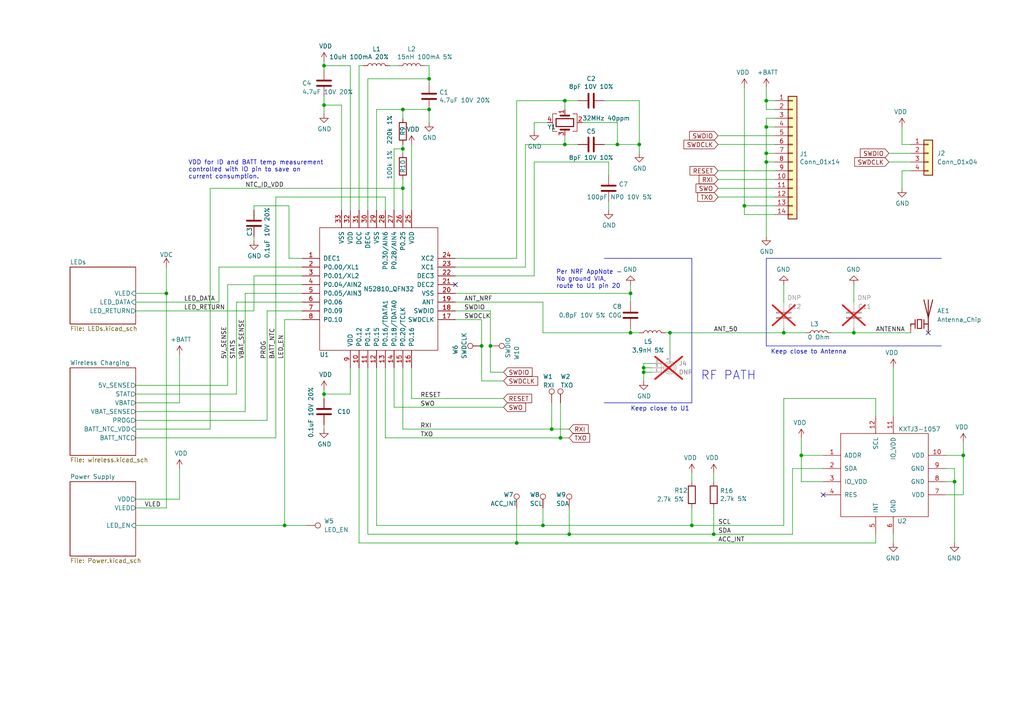
<source format=kicad_sch>
(kicad_sch (version 20231120) (generator "eeschema") (generator_version "8.0")
  (paper "A4")
  (title_block (title "Pixels D20 Schematic, Main") (date "2021-06-23") (rev "2") (company "Systemic Games, LLC"))
  (lib_symbols
    (symbol "Connector_Generic:Conn_01x04" (pin_names (offset 1.016) hide)
      (property "Reference" "J" (at 0 5.08 0))
      (property "Value" "Conn_01x04" (at 0 -7.62 0))
      (symbol "Conn_01x04_1_1"
        (rectangle (start -1.27 -4.953) (end 0 -5.207) (stroke (width 0.1524)))
        (rectangle (start -1.27 -2.413) (end 0 -2.667) (stroke (width 0.1524)))
        (rectangle (start -1.27 0.127) (end 0 -0.127) (stroke (width 0.1524)))
        (rectangle (start -1.27 2.667) (end 0 2.413) (stroke (width 0.1524)))
        (rectangle (start -1.27 3.81) (end 1.27 -6.35) (stroke (width 0.254)) (fill (type background)))
        (pin passive line (at -5.08 2.54 0) (length 3.81) (name "Pin_1") (number "1"))
        (pin passive line (at -5.08 0 0) (length 3.81) (name "Pin_2") (number "2"))
        (pin passive line (at -5.08 -2.54 0) (length 3.81) (name "Pin_3") (number "3"))
        (pin passive line (at -5.08 -5.08 0) (length 3.81) (name "Pin_4") (number "4"))
      )
    )
    (symbol "Connector_Generic:Conn_01x14" (pin_names (offset 1.016) hide)
      (property "Reference" "J" (at 0 17.78 0))
      (property "Value" "Conn_01x14" (at 0 -20.32 0))
      (symbol "Conn_01x14_1_1"
        (rectangle (start -1.27 -17.653) (end 0 -17.907) (stroke (width 0.1524)))
        (rectangle (start -1.27 -15.113) (end 0 -15.367) (stroke (width 0.1524)))
        (rectangle (start -1.27 -12.573) (end 0 -12.827) (stroke (width 0.1524)))
        (rectangle (start -1.27 -10.033) (end 0 -10.287) (stroke (width 0.1524)))
        (rectangle (start -1.27 -7.493) (end 0 -7.747) (stroke (width 0.1524)))
        (rectangle (start -1.27 -4.953) (end 0 -5.207) (stroke (width 0.1524)))
        (rectangle (start -1.27 -2.413) (end 0 -2.667) (stroke (width 0.1524)))
        (rectangle (start -1.27 0.127) (end 0 -0.127) (stroke (width 0.1524)))
        (rectangle (start -1.27 2.667) (end 0 2.413) (stroke (width 0.1524)))
        (rectangle (start -1.27 5.207) (end 0 4.953) (stroke (width 0.1524)))
        (rectangle (start -1.27 7.747) (end 0 7.493) (stroke (width 0.1524)))
        (rectangle (start -1.27 10.287) (end 0 10.033) (stroke (width 0.1524)))
        (rectangle (start -1.27 12.827) (end 0 12.573) (stroke (width 0.1524)))
        (rectangle (start -1.27 15.367) (end 0 15.113) (stroke (width 0.1524)))
        (rectangle (start -1.27 16.51) (end 1.27 -19.05) (stroke (width 0.254)) (fill (type background)))
        (pin passive line (at -5.08 15.24 0) (length 3.81) (name "Pin_1") (number "1"))
        (pin passive line (at -5.08 -7.62 0) (length 3.81) (name "Pin_10") (number "10"))
        (pin passive line (at -5.08 -10.16 0) (length 3.81) (name "Pin_11") (number "11"))
        (pin passive line (at -5.08 -12.7 0) (length 3.81) (name "Pin_12") (number "12"))
        (pin passive line (at -5.08 -15.24 0) (length 3.81) (name "Pin_13") (number "13"))
        (pin passive line (at -5.08 -17.78 0) (length 3.81) (name "Pin_14") (number "14"))
        (pin passive line (at -5.08 12.7 0) (length 3.81) (name "Pin_2") (number "2"))
        (pin passive line (at -5.08 10.16 0) (length 3.81) (name "Pin_3") (number "3"))
        (pin passive line (at -5.08 7.62 0) (length 3.81) (name "Pin_4") (number "4"))
        (pin passive line (at -5.08 5.08 0) (length 3.81) (name "Pin_5") (number "5"))
        (pin passive line (at -5.08 2.54 0) (length 3.81) (name "Pin_6") (number "6"))
        (pin passive line (at -5.08 0 0) (length 3.81) (name "Pin_7") (number "7"))
        (pin passive line (at -5.08 -2.54 0) (length 3.81) (name "Pin_8") (number "8"))
        (pin passive line (at -5.08 -5.08 0) (length 3.81) (name "Pin_9") (number "9"))
      )
    )
    (symbol "Device:Antenna_Chip" (pin_numbers hide) (pin_names (offset 1.016) hide)
      (property "Reference" "AE" (at 0 5.08 0))
      (property "Value" "Antenna_Chip" (at 0 3.175 0))
      (symbol "Antenna_Chip_0_1"
        (polyline (pts (xy -2.54 0) (xy -2.54 -0.635)) (stroke (width 0.254)))
        (polyline (pts (xy -2.54 0) (xy -1.27 0)) (stroke (width 0.254)))
        (polyline (pts (xy 1.27 0) (xy 2.54 0)) (stroke (width 0.254)))
        (polyline (pts (xy 1.27 1.27) (xy 1.27 -1.27)) (stroke (width 0.254)))
        (polyline (pts (xy 2.54 -0.635) (xy 2.54 0)))
        (polyline (pts (xy 2.54 6.985) (xy 2.54 -1.905)) (stroke (width 0.254)))
        (polyline (pts (xy -1.27 1.27) (xy -1.27 -1.27) (xy -1.27 0)) (stroke (width 0.254)))
        (polyline (pts (xy 3.81 6.985) (xy 2.54 1.905) (xy 1.27 6.985)) (stroke (width 0.254)))
        (polyline (pts (xy -0.635 1.27) (xy 0.635 1.27) (xy 0.635 -1.27) (xy -0.635 -1.27) (xy -0.635 1.27)) (stroke (width 0.254)))
      )
      (symbol "Antenna_Chip_1_1"
        (pin input line (at -2.54 -2.54 90) (length 2.54) (name "FEED") (number "1"))
        (pin passive line (at 2.54 -2.54 90) (length 2.54) (name "PCB_Trace") (number "2"))
      )
    )
    (symbol "Device:C" (pin_numbers hide) (pin_names (offset 0.254))
      (property "Reference" "C" (at 0.635 2.54 0))
      (property "Value" "C" (at 0.635 -2.54 0))
      (symbol "C_0_1"
        (polyline (pts (xy -2.032 -0.762) (xy 2.032 -0.762)) (stroke (width 0.508)))
        (polyline (pts (xy -2.032 0.762) (xy 2.032 0.762)) (stroke (width 0.508)))
      )
      (symbol "C_1_1"
        (pin passive line (at 0 3.81 270) (length 2.794) (name "~") (number "1"))
        (pin passive line (at 0 -3.81 90) (length 2.794) (name "~") (number "2"))
      )
    )
    (symbol "Device:Crystal_GND24" (pin_names (offset 1.016) hide)
      (property "Reference" "Y" (at 3.175 5.08 0))
      (property "Value" "Crystal_GND24" (at 3.175 3.175 0))
      (symbol "Crystal_GND24_0_1"
        (rectangle (start -1.143 2.54) (end 1.143 -2.54) (stroke (width 0.3048)))
        (polyline (pts (xy -2.54 0) (xy -2.032 0)))
        (polyline (pts (xy -2.032 -1.27) (xy -2.032 1.27)) (stroke (width 0.508)))
        (polyline (pts (xy 0 -3.81) (xy 0 -3.556)))
        (polyline (pts (xy 0 3.556) (xy 0 3.81)))
        (polyline (pts (xy 2.032 -1.27) (xy 2.032 1.27)) (stroke (width 0.508)))
        (polyline (pts (xy 2.032 0) (xy 2.54 0)))
        (polyline (pts (xy -2.54 -2.286) (xy -2.54 -3.556) (xy 2.54 -3.556) (xy 2.54 -2.286)))
        (polyline (pts (xy -2.54 2.286) (xy -2.54 3.556) (xy 2.54 3.556) (xy 2.54 2.286)))
      )
      (symbol "Crystal_GND24_1_1"
        (pin passive line (at -3.81 0 0) (length 1.27) (name "1") (number "1"))
        (pin passive line (at 0 5.08 270) (length 1.27) (name "2") (number "2"))
        (pin passive line (at 3.81 0 180) (length 1.27) (name "3") (number "3"))
        (pin passive line (at 0 -5.08 90) (length 1.27) (name "4") (number "4"))
      )
    )
    (symbol "Device:L" (pin_numbers hide) (pin_names (offset 1.016) hide)
      (property "Reference" "L" (at -1.27 0 90))
      (property "Value" "L" (at 1.905 0 90))
      (symbol "L_0_1"
        (arc (start 0 -2.54) (mid 0.6323 -1.905) (end 0 -1.27))
        (arc (start 0 -1.27) (mid 0.6323 -0.635) (end 0 0))
        (arc (start 0 0) (mid 0.6323 0.635) (end 0 1.27))
        (arc (start 0 1.27) (mid 0.6323 1.905) (end 0 2.54))
      )
      (symbol "L_1_1"
        (pin passive line (at 0 3.81 270) (length 1.27) (name "1") (number "1"))
        (pin passive line (at 0 -3.81 90) (length 1.27) (name "2") (number "2"))
      )
    )
    (symbol "Device:R" (pin_numbers hide) (pin_names (offset 0))
      (property "Reference" "R" (at 2.032 0 90))
      (property "Value" "R" (at 0 0 90))
      (symbol "R_0_1"
        (rectangle (start -1.016 -2.54) (end 1.016 2.54) (stroke (width 0.254)))
      )
      (symbol "R_1_1"
        (pin passive line (at 0 3.81 270) (length 1.27) (name "~") (number "1"))
        (pin passive line (at 0 -3.81 90) (length 1.27) (name "~") (number "2"))
      )
    )
    (symbol "Pixels-dice:KXTJ3-1057" (pin_names (offset 1.016))
      (property "Reference" "U" (at 10.16 -12.7 0))
      (property "Value" "KXTJ3-1057" (at 8.89 13.97 0))
      (symbol "KXTJ3-1057_0_1"
        (rectangle (start -12.7 12.7) (end 12.7 -11.43))
      )
      (symbol "KXTJ3-1057_1_1"
        (pin input line (at -17.78 6.35 0) (length 5.08) (name "ADDR") (number "1"))
        (pin power_in line (at 17.78 6.35 180) (length 5.08) (name "VDD") (number "10"))
        (pin power_in line (at 2.54 17.78 270) (length 5.08) (name "IO_VDD") (number "11"))
        (pin input line (at -2.54 17.78 270) (length 5.08) (name "SCL") (number "12"))
        (pin bidirectional line (at -17.78 2.54 0) (length 5.08) (name "SDA") (number "2"))
        (pin power_in line (at -17.78 -1.27 0) (length 5.08) (name "IO_VDD") (number "3"))
        (pin passive line (at -17.78 -5.08 0) (length 5.08) (name "RES") (number "4"))
        (pin output line (at -2.54 -16.51 90) (length 5.08) (name "INT") (number "5"))
        (pin power_in line (at 2.54 -16.51 90) (length 5.08) (name "GND") (number "6"))
        (pin power_in line (at 17.78 -5.08 180) (length 5.08) (name "VDD") (number "7"))
        (pin power_in line (at 17.78 -1.27 180) (length 5.08) (name "GND") (number "8"))
        (pin power_in line (at 17.78 2.54 180) (length 5.08) (name "GND") (number "9"))
      )
    )
    (symbol "Pixels-dice:N52810_QFN32" (pin_names (offset 1.016))
      (property "Reference" "U" (at 13.97 -19.05 0))
      (property "Value" "N52810_QFN32" (at 2.54 0 0))
      (symbol "N52810_QFN32_0_1"
        (rectangle (start -17.78 17.78) (end 16.51 -17.78))
      )
      (symbol "N52810_QFN32_1_1"
        (pin power_out line (at -22.86 8.89 0) (length 5.08) (name "DEC1") (number "1"))
        (pin bidirectional line (at -6.35 -22.86 90) (length 5.08) (name "P0.12") (number "10"))
        (pin bidirectional line (at -3.81 -22.86 90) (length 5.08) (name "P0.14") (number "11"))
        (pin bidirectional line (at -1.27 -22.86 90) (length 5.08) (name "P0.15") (number "12"))
        (pin bidirectional line (at 1.27 -22.86 90) (length 5.08) (name "P0.16/TDATA1") (number "13"))
        (pin bidirectional line (at 3.81 -22.86 90) (length 5.08) (name "P0.18/TDATA0") (number "14"))
        (pin bidirectional line (at 6.35 -22.86 90) (length 5.08) (name "P0.20/TCLK") (number "15"))
        (pin bidirectional line (at 8.89 -22.86 90) (length 5.08) (name "P0.16") (number "16"))
        (pin bidirectional line (at 21.59 -8.89 180) (length 5.08) (name "SWDCLK") (number "17"))
        (pin bidirectional line (at 21.59 -6.35 180) (length 5.08) (name "SWDIO") (number "18"))
        (pin output line (at 21.59 -3.81 180) (length 5.08) (name "ANT") (number "19"))
        (pin bidirectional line (at -22.86 6.35 0) (length 5.08) (name "P0.00/XL1") (number "2"))
        (pin output line (at 21.59 -1.27 180) (length 5.08) (name "VSS") (number "20"))
        (pin output line (at 21.59 1.27 180) (length 5.08) (name "DEC2") (number "21"))
        (pin output line (at 21.59 3.81 180) (length 5.08) (name "DEC3") (number "22"))
        (pin output line (at 21.59 6.35 180) (length 5.08) (name "XC1") (number "23"))
        (pin input line (at 21.59 8.89 180) (length 5.08) (name "XC2") (number "24"))
        (pin power_in line (at 8.89 22.86 270) (length 5.08) (name "VDD") (number "25"))
        (pin bidirectional line (at 6.35 22.86 270) (length 5.08) (name "P0.25") (number "26"))
        (pin bidirectional line (at 3.81 22.86 270) (length 5.08) (name "P0.28/AIN4") (number "27"))
        (pin bidirectional line (at 1.27 22.86 270) (length 5.08) (name "P0.30/AIN6") (number "28"))
        (pin power_in line (at -1.27 22.86 270) (length 5.08) (name "VSS") (number "29"))
        (pin bidirectional line (at -22.86 3.81 0) (length 5.08) (name "P0.01/XL2") (number "3"))
        (pin output line (at -3.81 22.86 270) (length 5.08) (name "DEC4") (number "30"))
        (pin output line (at -6.35 22.86 270) (length 5.08) (name "DCC") (number "31"))
        (pin power_in line (at -8.89 22.86 270) (length 5.08) (name "VDD") (number "32"))
        (pin power_in line (at -11.43 22.86 270) (length 5.08) (name "VSS") (number "33"))
        (pin bidirectional line (at -22.86 1.27 0) (length 5.08) (name "P0.04/AIN2") (number "4"))
        (pin bidirectional line (at -22.86 -1.27 0) (length 5.08) (name "P0.05/AIN3") (number "5"))
        (pin bidirectional line (at -22.86 -3.81 0) (length 5.08) (name "P0.06") (number "6"))
        (pin bidirectional line (at -22.86 -6.35 0) (length 5.08) (name "P0.09") (number "7"))
        (pin bidirectional line (at -22.86 -8.89 0) (length 5.08) (name "P0.10") (number "8"))
        (pin power_in line (at -8.89 -22.86 90) (length 5.08) (name "VDD") (number "9"))
      )
    )
    (symbol "Pixels-dice:TEST_1P-conn" (pin_numbers hide) (pin_names (offset 0.762) hide)
      (property "Reference" "W" (at 0 6.858 0))
      (property "Value" "TEST_1P-conn" (at 0 5.08 0))
      (symbol "TEST_1P-conn_0_1"
        (circle (center 0 3.302) (radius 0.762))
      )
      (symbol "TEST_1P-conn_1_1"
        (pin passive line (at 0 0 90) (length 2.54) (name "1") (number "1"))
      )
    )
    (symbol "Pixels-dice:W.FL"
      (property "Reference" "J" (at 3.81 -1.27 0))
      (property "Value" "W.FL" (at 4.445 1.27 0))
      (symbol "W.FL_0_1"
        (polyline (pts (xy -1.27 -2.54) (xy 1.27 -2.54)))
        (polyline (pts (xy 0 -2.54) (xy 0 -1.905)))
        (circle (center 0 0) (radius 1.27))
        (circle (center 0 0) (radius 1.7961))
      )
      (symbol "W.FL_1_1"
        (pin passive line (at 1.27 -5.08 90) (length 2.54) (name "") (number "1"))
        (pin passive line (at -1.27 -5.08 90) (length 2.54) (name "") (number "2"))
        (pin passive line (at 0 -5.08 90) (length 2.54) (name "") (number "3"))
        (pin passive line (at -3.81 0 0) (length 2.54) (name "RF") (number "4"))
      )
    )
    (symbol "power:+BATT" (power) (pin_names (offset 0))
      (property "Value" "+BATT" (at 0 3.556 0))
      (symbol "+BATT_0_1"
        (polyline (pts (xy -0.762 1.27) (xy 0 2.54)))
        (polyline (pts (xy 0 0) (xy 0 2.54)))
        (polyline (pts (xy 0 2.54) (xy 0.762 1.27)))
      )
      (symbol "+BATT_1_1"
        (pin power_in line (at 0 0 90) (length 0) hide (name "+BATT") (number "1"))
      )
    )
    (symbol "power:GND" (power) (pin_names (offset 0))
      (property "Value" "GND" (at 0 -3.81 0))
      (symbol "GND_0_1"
        (polyline (pts (xy 0 0) (xy 0 -1.27) (xy 1.27 -1.27) (xy 0 -2.54) (xy -1.27 -1.27) (xy 0 -1.27)))
      )
      (symbol "GND_1_1"
        (pin power_in line (at 0 0 270) (length 0) hide (name "GND") (number "1"))
      )
    )
    (symbol "power:VDC" (power) (pin_names (offset 0))
      (property "Value" "VDC" (at 0 6.35 0))
      (symbol "VDC_0_1"
        (polyline (pts (xy -0.762 1.27) (xy 0 2.54)))
        (polyline (pts (xy 0 0) (xy 0 2.54)))
        (polyline (pts (xy 0 2.54) (xy 0.762 1.27)))
      )
      (symbol "VDC_1_1"
        (pin power_in line (at 0 0 90) (length 0) hide (name "VDC") (number "1"))
      )
    )
    (symbol "power:VDD" (power) (pin_names (offset 0))
      (property "Value" "VDD" (at 0 3.81 0))
      (symbol "VDD_0_1"
        (polyline (pts (xy -0.762 1.27) (xy 0 2.54)))
        (polyline (pts (xy 0 0) (xy 0 2.54)))
        (polyline (pts (xy 0 2.54) (xy 0.762 1.27)))
      )
      (symbol "VDD_1_1"
        (pin power_in line (at 0 0 90) (length 0) hide (name "VDD") (number "1"))
      )
    )
  )
  (junction (at 279.4 132.08))
  (junction (at 179.07 41.91))
  (junction (at 182.88 85.09))
  (junction (at 276.86 139.7))
  (junction (at 93.98 30.48))
  (junction (at 93.98 19.05))
  (junction (at 124.46 31.75))
  (junction (at 116.84 43.18))
  (junction (at 116.84 54.61))
  (junction (at 163.83 41.91))
  (junction (at 149.86 157.48))
  (junction (at 165.1 154.94))
  (junction (at 207.01 154.94))
  (junction (at 222.25 36.83))
  (junction (at 93.98 114.3))
  (junction (at 124.46 22.86))
  (junction (at 186.69 106.68))
  (junction (at 227.33 96.52))
  (junction (at 139.7 100.33))
  (junction (at 182.88 96.52))
  (junction (at 116.84 31.75))
  (junction (at 82.55 152.4))
  (junction (at 222.25 44.45))
  (junction (at 222.25 29.21))
  (junction (at 185.42 41.91))
  (junction (at 186.69 107.95))
  (junction (at 222.25 46.99))
  (junction (at 48.26 85.09))
  (junction (at 162.56 127))
  (junction (at 247.65 96.52))
  (junction (at 232.41 132.08))
  (junction (at 215.9 59.69))
  (junction (at 157.48 152.4))
  (junction (at 160.02 124.46))
  (junction (at 200.66 152.4))
  (junction (at 142.24 100.33))
  (junction (at 194.31 96.52))
  (junction (at 163.83 29.21))
  (no_connect (at 132.08 82.55))
  (no_connect (at 238.76 143.51))
  (no_connect (at 269.24 96.52))
  (wire (pts (xy 182.88 85.09) (xy 182.88 87.63)))
  (wire (pts (xy 99.06 30.48) (xy 93.98 30.48)))
  (wire (pts (xy 99.06 60.96) (xy 99.06 30.48)))
  (wire (pts (xy 186.69 106.68) (xy 186.69 107.95)))
  (wire (pts (xy 222.25 34.29) (xy 222.25 36.83)))
  (wire (pts (xy 207.01 137.16) (xy 207.01 139.7)))
  (wire (pts (xy 182.88 95.25) (xy 182.88 96.52)))
  (wire (pts (xy 60.96 54.61) (xy 60.96 124.46)))
  (wire (pts (xy 142.24 100.33) (xy 142.24 107.95)))
  (wire (pts (xy 149.86 147.32) (xy 149.86 157.48)))
  (wire (pts (xy 109.22 31.75) (xy 109.22 60.96)))
  (wire (pts (xy 179.07 35.56) (xy 179.07 41.91)))
  (wire (pts (xy 152.4 77.47) (xy 152.4 41.91)))
  (wire (pts (xy 93.98 19.05) (xy 93.98 20.32)))
  (wire (pts (xy 232.41 139.7) (xy 232.41 132.08)))
  (wire (pts (xy 279.4 143.51) (xy 274.32 143.51)))
  (wire (pts (xy 101.6 19.05) (xy 93.98 19.05)))
  (wire (pts (xy 175.26 41.91) (xy 179.07 41.91)))
  (wire (pts (xy 132.08 80.01) (xy 154.94 80.01)))
  (wire (pts (xy 139.7 110.49) (xy 146.05 110.49)))
  (wire (pts (xy 132.08 74.93) (xy 149.86 74.93)))
  (wire (pts (xy 238.76 135.89) (xy 229.87 135.89)))
  (wire (pts (xy 207.01 147.32) (xy 207.01 154.94)))
  (wire (pts (xy 247.65 82.55) (xy 247.65 87.63)))
  (wire (pts (xy 185.42 29.21) (xy 185.42 41.91)))
  (wire (pts (xy 224.79 46.99) (xy 222.25 46.99)))
  (wire (pts (xy 160.02 124.46) (xy 165.1 124.46)))
  (wire (pts (xy 163.83 29.21) (xy 167.64 29.21)))
  (wire (pts (xy 182.88 96.52) (xy 185.42 96.52)))
  (wire (pts (xy 259.08 154.94) (xy 259.08 157.48)))
  (wire (pts (xy 39.37 114.3) (xy 68.58 114.3)))
  (wire (pts (xy 186.69 105.41) (xy 186.69 106.68)))
  (wire (pts (xy 194.31 96.52) (xy 227.33 96.52)))
  (wire (pts (xy 182.88 82.55) (xy 182.88 85.09)))
  (wire (pts (xy 87.63 90.17) (xy 77.47 90.17)))
  (wire (pts (xy 208.28 41.91) (xy 224.79 41.91)))
  (wire (pts (xy 39.37 147.32) (xy 48.26 147.32)))
  (wire (pts (xy 215.9 59.69) (xy 215.9 62.23)))
  (wire (pts (xy 116.84 124.46) (xy 116.84 106.68)))
  (wire (pts (xy 227.33 82.55) (xy 227.33 87.63)))
  (wire (pts (xy 162.56 127) (xy 165.1 127)))
  (wire (pts (xy 80.01 57.15) (xy 111.76 57.15)))
  (wire (pts (xy 227.33 95.25) (xy 227.33 96.52)))
  (wire (pts (xy 111.76 57.15) (xy 111.76 60.96)))
  (wire (pts (xy 124.46 31.75) (xy 124.46 35.56)))
  (wire (pts (xy 39.37 111.76) (xy 66.04 111.76)))
  (wire (pts (xy 93.98 114.3) (xy 93.98 115.57)))
  (wire (pts (xy 149.86 157.48) (xy 254 157.48)))
  (wire (pts (xy 66.04 82.55) (xy 66.04 111.76)))
  (wire (pts (xy 224.79 59.69) (xy 215.9 59.69)))
  (wire (pts (xy 274.32 139.7) (xy 276.86 139.7)))
  (wire (pts (xy 149.86 74.93) (xy 149.86 29.21)))
  (wire (pts (xy 132.08 90.17) (xy 142.24 90.17)))
  (wire (pts (xy 114.3 106.68) (xy 114.3 118.11)))
  (wire (pts (xy 101.6 60.96) (xy 101.6 19.05)))
  (wire (pts (xy 73.66 80.01) (xy 87.63 80.01)))
  (wire (pts (xy 254 120.65) (xy 254 115.57)))
  (wire (pts (xy 222.25 31.75) (xy 224.79 31.75)))
  (wire (pts (xy 93.98 114.3) (xy 93.98 113.03)))
  (wire (pts (xy 227.33 96.52) (xy 233.68 96.52)))
  (wire (pts (xy 142.24 107.95) (xy 146.05 107.95)))
  (wire (pts (xy 222.25 29.21) (xy 222.25 31.75)))
  (wire (pts (xy 158.75 35.56) (xy 154.94 35.56)))
  (wire (pts (xy 160.02 116.84) (xy 160.02 124.46)))
  (wire (pts (xy 39.37 127) (xy 80.01 127)))
  (wire (pts (xy 77.47 90.17) (xy 77.47 121.92)))
  (wire (pts (xy 257.81 46.99) (xy 264.16 46.99)))
  (wire (pts (xy 87.63 77.47) (xy 63.5 77.47)))
  (wire (pts (xy 222.25 44.45) (xy 222.25 46.99)))
  (wire (pts (xy 124.46 22.86) (xy 124.46 24.13)))
  (wire (pts (xy 52.07 144.78) (xy 52.07 135.89)))
  (wire (pts (xy 116.84 31.75) (xy 116.84 34.29)))
  (wire (pts (xy 116.84 54.61) (xy 60.96 54.61)))
  (wire (pts (xy 104.14 60.96) (xy 104.14 19.05)))
  (wire (pts (xy 123.19 19.05) (xy 124.46 19.05)))
  (wire (pts (xy 124.46 22.86) (xy 106.68 22.86)))
  (wire (pts (xy 165.1 154.94) (xy 207.01 154.94)))
  (wire (pts (xy 261.62 49.53) (xy 264.16 49.53)))
  (wire (pts (xy 208.28 49.53) (xy 224.79 49.53)))
  (wire (pts (xy 232.41 132.08) (xy 238.76 132.08)))
  (wire (pts (xy 175.26 29.21) (xy 185.42 29.21)))
  (wire (pts (xy 132.08 87.63) (xy 157.48 87.63)))
  (wire (pts (xy 73.66 90.17) (xy 73.66 80.01)))
  (wire (pts (xy 222.25 36.83) (xy 222.25 44.45)))
  (wire (pts (xy 39.37 85.09) (xy 48.26 85.09)))
  (wire (pts (xy 274.32 135.89) (xy 276.86 135.89)))
  (wire (pts (xy 279.4 132.08) (xy 279.4 143.51)))
  (wire (pts (xy 114.3 43.18) (xy 116.84 43.18)))
  (wire (pts (xy 152.4 41.91) (xy 163.83 41.91)))
  (wire (pts (xy 232.41 132.08) (xy 232.41 127)))
  (wire (pts (xy 101.6 114.3) (xy 93.98 114.3)))
  (wire (pts (xy 111.76 127) (xy 162.56 127)))
  (polyline (pts (xy 222.25 100.33) (xy 273.05 100.33)))
  (wire (pts (xy 227.33 115.57) (xy 227.33 152.4)))
  (wire (pts (xy 241.3 96.52) (xy 247.65 96.52)))
  (wire (pts (xy 276.86 139.7) (xy 276.86 157.48)))
  (wire (pts (xy 200.66 137.16) (xy 200.66 139.7)))
  (wire (pts (xy 88.9 152.4) (xy 82.55 152.4)))
  (wire (pts (xy 189.23 105.41) (xy 186.69 105.41)))
  (wire (pts (xy 222.25 34.29) (xy 224.79 34.29)))
  (wire (pts (xy 163.83 41.91) (xy 167.64 41.91)))
  (wire (pts (xy 215.9 62.23) (xy 224.79 62.23)))
  (wire (pts (xy 222.25 46.99) (xy 222.25 68.58)))
  (polyline (pts (xy 222.25 74.93) (xy 273.05 74.93)))
  (wire (pts (xy 116.84 124.46) (xy 160.02 124.46)))
  (wire (pts (xy 176.53 46.99) (xy 176.53 50.8)))
  (wire (pts (xy 68.58 87.63) (xy 68.58 114.3)))
  (wire (pts (xy 119.38 106.68) (xy 119.38 115.57)))
  (wire (pts (xy 257.81 44.45) (xy 264.16 44.45)))
  (wire (pts (xy 208.28 57.15) (xy 224.79 57.15)))
  (wire (pts (xy 157.48 152.4) (xy 200.66 152.4)))
  (wire (pts (xy 68.58 87.63) (xy 87.63 87.63)))
  (wire (pts (xy 189.23 107.95) (xy 186.69 107.95)))
  (wire (pts (xy 39.37 124.46) (xy 60.96 124.46)))
  (wire (pts (xy 149.86 29.21) (xy 163.83 29.21)))
  (wire (pts (xy 139.7 100.33) (xy 139.7 110.49)))
  (wire (pts (xy 186.69 107.95) (xy 186.69 110.49)))
  (wire (pts (xy 39.37 144.78) (xy 52.07 144.78)))
  (wire (pts (xy 261.62 49.53) (xy 261.62 54.61)))
  (wire (pts (xy 109.22 106.68) (xy 109.22 152.4)))
  (wire (pts (xy 39.37 119.38) (xy 71.12 119.38)))
  (wire (pts (xy 124.46 19.05) (xy 124.46 22.86)))
  (wire (pts (xy 193.04 96.52) (xy 194.31 96.52)))
  (wire (pts (xy 116.84 54.61) (xy 116.84 60.96)))
  (wire (pts (xy 48.26 85.09) (xy 48.26 147.32)))
  (wire (pts (xy 200.66 152.4) (xy 227.33 152.4)))
  (wire (pts (xy 106.68 154.94) (xy 165.1 154.94)))
  (wire (pts (xy 82.55 152.4) (xy 39.37 152.4)))
  (wire (pts (xy 208.28 54.61) (xy 224.79 54.61)))
  (wire (pts (xy 63.5 87.63) (xy 39.37 87.63)))
  (wire (pts (xy 87.63 82.55) (xy 66.04 82.55)))
  (wire (pts (xy 116.84 52.07) (xy 116.84 54.61)))
  (wire (pts (xy 247.65 95.25) (xy 247.65 96.52)))
  (wire (pts (xy 261.62 36.83) (xy 261.62 41.91)))
  (wire (pts (xy 116.84 31.75) (xy 124.46 31.75)))
  (wire (pts (xy 119.38 41.91) (xy 119.38 60.96)))
  (wire (pts (xy 63.5 77.47) (xy 63.5 87.63)))
  (wire (pts (xy 104.14 19.05) (xy 105.41 19.05)))
  (polyline (pts (xy 200.66 74.93) (xy 200.66 116.84)))
  (wire (pts (xy 106.68 154.94) (xy 106.68 106.68)))
  (wire (pts (xy 104.14 157.48) (xy 149.86 157.48)))
  (wire (pts (xy 139.7 92.71) (xy 139.7 100.33)))
  (wire (pts (xy 168.91 35.56) (xy 179.07 35.56)))
  (wire (pts (xy 93.98 19.05) (xy 93.98 17.78)))
  (wire (pts (xy 93.98 30.48) (xy 93.98 33.02)))
  (wire (pts (xy 247.65 96.52) (xy 264.16 96.52)))
  (wire (pts (xy 48.26 85.09) (xy 48.26 77.47)))
  (wire (pts (xy 132.08 92.71) (xy 139.7 92.71)))
  (wire (pts (xy 165.1 147.32) (xy 165.1 154.94)))
  (wire (pts (xy 229.87 135.89) (xy 229.87 154.94)))
  (wire (pts (xy 224.79 44.45) (xy 222.25 44.45)))
  (wire (pts (xy 73.66 68.58) (xy 73.66 69.85)))
  (wire (pts (xy 146.05 115.57) (xy 119.38 115.57)))
  (wire (pts (xy 116.84 43.18) (xy 116.84 44.45)))
  (wire (pts (xy 222.25 25.4) (xy 222.25 29.21)))
  (wire (pts (xy 162.56 116.84) (xy 162.56 127)))
  (polyline (pts (xy 222.25 74.93) (xy 222.25 100.33)))
  (polyline (pts (xy 175.26 116.84) (xy 200.66 116.84)))
  (wire (pts (xy 157.48 147.32) (xy 157.48 152.4)))
  (polyline (pts (xy 175.26 74.93) (xy 200.66 74.93)))
  (wire (pts (xy 83.82 59.69) (xy 73.66 59.69)))
  (wire (pts (xy 194.31 96.52) (xy 194.31 102.87)))
  (wire (pts (xy 142.24 90.17) (xy 142.24 100.33)))
  (wire (pts (xy 157.48 96.52) (xy 182.88 96.52)))
  (wire (pts (xy 109.22 31.75) (xy 116.84 31.75)))
  (wire (pts (xy 279.4 128.27) (xy 279.4 132.08)))
  (wire (pts (xy 87.63 74.93) (xy 83.82 74.93)))
  (wire (pts (xy 82.55 92.71) (xy 87.63 92.71)))
  (wire (pts (xy 93.98 27.94) (xy 93.98 30.48)))
  (wire (pts (xy 154.94 46.99) (xy 154.94 80.01)))
  (wire (pts (xy 254 154.94) (xy 254 157.48)))
  (wire (pts (xy 106.68 22.86) (xy 106.68 60.96)))
  (wire (pts (xy 71.12 85.09) (xy 71.12 119.38)))
  (wire (pts (xy 179.07 41.91) (xy 185.42 41.91)))
  (wire (pts (xy 83.82 74.93) (xy 83.82 59.69)))
  (wire (pts (xy 207.01 154.94) (xy 229.87 154.94)))
  (wire (pts (xy 116.84 41.91) (xy 116.84 43.18)))
  (wire (pts (xy 132.08 85.09) (xy 182.88 85.09)))
  (wire (pts (xy 80.01 57.15) (xy 80.01 127)))
  (wire (pts (xy 39.37 116.84) (xy 52.07 116.84)))
  (wire (pts (xy 261.62 41.91) (xy 264.16 41.91)))
  (wire (pts (xy 104.14 106.68) (xy 104.14 157.48)))
  (wire (pts (xy 157.48 87.63) (xy 157.48 96.52)))
  (wire (pts (xy 176.53 58.42) (xy 176.53 60.96)))
  (wire (pts (xy 154.94 35.56) (xy 154.94 38.1)))
  (wire (pts (xy 114.3 43.18) (xy 114.3 60.96)))
  (wire (pts (xy 113.03 19.05) (xy 115.57 19.05)))
  (wire (pts (xy 185.42 41.91) (xy 185.42 44.45)))
  (wire (pts (xy 163.83 39.37) (xy 163.83 41.91)))
  (wire (pts (xy 208.28 39.37) (xy 224.79 39.37)))
  (wire (pts (xy 163.83 31.75) (xy 163.83 29.21)))
  (wire (pts (xy 39.37 90.17) (xy 73.66 90.17)))
  (wire (pts (xy 279.4 132.08) (xy 274.32 132.08)))
  (wire (pts (xy 254 115.57) (xy 227.33 115.57)))
  (wire (pts (xy 176.53 46.99) (xy 154.94 46.99)))
  (wire (pts (xy 238.76 139.7) (xy 232.41 139.7)))
  (wire (pts (xy 146.05 118.11) (xy 114.3 118.11)))
  (wire (pts (xy 77.47 121.92) (xy 39.37 121.92)))
  (wire (pts (xy 73.66 59.69) (xy 73.66 60.96)))
  (wire (pts (xy 224.79 36.83) (xy 222.25 36.83)))
  (wire (pts (xy 111.76 127) (xy 111.76 106.68)))
  (wire (pts (xy 215.9 25.4) (xy 215.9 59.69)))
  (wire (pts (xy 276.86 135.89) (xy 276.86 139.7)))
  (wire (pts (xy 259.08 106.68) (xy 259.08 120.65)))
  (wire (pts (xy 222.25 29.21) (xy 224.79 29.21)))
  (wire (pts (xy 132.08 77.47) (xy 152.4 77.47)))
  (wire (pts (xy 200.66 147.32) (xy 200.66 152.4)))
  (wire (pts (xy 101.6 106.68) (xy 101.6 114.3)))
  (wire (pts (xy 52.07 102.87) (xy 52.07 116.84)))
  (wire (pts (xy 87.63 85.09) (xy 71.12 85.09)))
  (wire (pts (xy 208.28 52.07) (xy 224.79 52.07)))
  (wire (pts (xy 82.55 92.71) (xy 82.55 152.4)))
  (wire (pts (xy 109.22 152.4) (xy 157.48 152.4)))
  (wire (pts (xy 189.23 106.68) (xy 186.69 106.68)))
  (wire (pts (xy 93.98 123.19) (xy 93.98 124.46)))
  (text "Per NRF AppNote -\nNo ground VIA,\nroute to U1 pin 20" (at 161.29 83.82 0) (effects (font (size 1.27 1.27)) (justify left bottom)))
  (text "Keep close to Antenna" (at 223.52 102.87 0) (effects (font (size 1.27 1.27)) (justify left bottom)))
  (text "RF PATH" (at 203.2 110.49 0) (effects (font (size 2.54 2.54)) (justify left bottom)))
  (text "VDD for ID and BATT temp measurement\ncontrolled with IO pin to save on\ncurrent consumption." (at 54.61 52.07 0) (effects (font (size 1.27 1.27)) (justify left bottom)))
  (text "Keep close to U1" (at 182.88 119.38 0) (effects (font (size 1.27 1.27)) (justify left bottom)))
  (label "TXO" (at 121.92 127 0))
  (label "ANT_NRF" (at 134.62 87.63 0))
  (label "ACC_INT" (at 208.28 157.48 0))
  (label "SWDCLK" (at 134.62 92.71 0))
  (label "VBAT_SENSE" (at 71.12 104.14 90))
  (label "PROG" (at 77.47 104.14 90))
  (label "5V_SENSE" (at 66.04 104.14 90))
  (label "BATT_NTC" (at 80.01 104.14 90))
  (label "ANT_50" (at 207.01 96.52 0))
  (label "SDA" (at 208.28 154.94 0))
  (label "ANTENNA" (at 254 96.52 0))
  (label "LED_EN" (at 82.55 104.14 90))
  (label "RXI" (at 121.92 124.46 0))
  (label "SWDIO" (at 134.62 90.17 0))
  (label "SWO" (at 121.92 118.11 0))
  (label "NTC_ID_VDD" (at 71.12 54.61 0))
  (label "LED_DATA" (at 53.34 87.63 0))
  (label "RESET" (at 121.92 115.57 0))
  (label "SCL" (at 208.28 152.4 0))
  (label "VLED" (at 41.91 147.32 0))
  (label "LED_RETURN" (at 53.34 90.17 0))
  (label "STATS" (at 68.58 104.14 90))
  (global_label "TXO" (shape input) (at 165.1 127 0) (property "Intersheetrefs" "${INTERSHEET_REFS}" (effects (hide yes))))
  (global_label "SWDIO" (shape input) (at 257.81 44.45 180) (property "Intersheetrefs" "${INTERSHEET_REFS}" (effects (hide yes))))
  (global_label "RESET" (shape input) (at 208.28 49.53 180) (property "Intersheetrefs" "${INTERSHEET_REFS}" (effects (hide yes))))
  (global_label "SWDIO" (shape input) (at 146.05 107.95 0) (property "Intersheetrefs" "${INTERSHEET_REFS}" (effects (hide yes))))
  (global_label "RXI" (shape input) (at 208.28 52.07 180) (property "Intersheetrefs" "${INTERSHEET_REFS}" (effects (hide yes))))
  (global_label "SWO" (shape input) (at 146.05 118.11 0) (property "Intersheetrefs" "${INTERSHEET_REFS}" (effects (hide yes))))
  (global_label "SWDCLK" (shape input) (at 146.05 110.49 0) (property "Intersheetrefs" "${INTERSHEET_REFS}" (effects (hide yes))))
  (global_label "TXO" (shape input) (at 208.28 57.15 180) (property "Intersheetrefs" "${INTERSHEET_REFS}" (effects (hide yes))))
  (global_label "RESET" (shape input) (at 146.05 115.57 0) (property "Intersheetrefs" "${INTERSHEET_REFS}" (effects (hide yes))))
  (global_label "SWO" (shape input) (at 208.28 54.61 180) (property "Intersheetrefs" "${INTERSHEET_REFS}" (effects (hide yes))))
  (global_label "RXI" (shape input) (at 165.1 124.46 0) (property "Intersheetrefs" "${INTERSHEET_REFS}" (effects (hide yes))))
  (global_label "SWDCLK" (shape input) (at 208.28 41.91 180) (property "Intersheetrefs" "${INTERSHEET_REFS}" (effects (hide yes))))
  (global_label "SWDIO" (shape input) (at 208.28 39.37 180) (property "Intersheetrefs" "${INTERSHEET_REFS}" (effects (hide yes))))
  (global_label "SWDCLK" (shape input) (at 257.81 46.99 180) (property "Intersheetrefs" "${INTERSHEET_REFS}" (effects (hide yes))))
  (symbol (lib_id "power:GND") (at 93.98 124.46 0) (unit 1)
    (property "Reference" "#PWR016" (effects (hide yes)))
    (property "Value" "GND" (at 94.107 128.8542 0))
  )
  (symbol (lib_id "power:VDD") (at 93.98 113.03 0) (unit 1)
    (property "Reference" "#PWR014" (effects (hide yes)))
    (property "Value" "VDD" (at 94.4118 108.6358 0))
  )
  (symbol (lib_id "Device:C") (at 93.98 119.38 0) (unit 1)
    (property "Reference" "C10" (at 97.79 119.38 0) (effects (justify left)))
    (property "Value" "0.1uF 10V 20%" (at 90.17 127 90) (effects (justify left)))
    (property "Footprint" "Pixels-dice:C_0402_1005Metric" (effects (hide yes)))
    (property "Generic OK" "YES" (effects (hide yes)))
    (property "Pixels Part Number" "SMD-C005" (effects (hide yes)))
    (property "Manufacturer" "Murata" (effects (hide yes)))
    (property "Manufacturer Part Number" "GRM155R61H104KE19D" (effects (hide yes)))
  )
  (symbol (lib_id "power:GND") (at 93.98 33.02 0) (unit 1)
    (property "Reference" "#PWR08" (effects (hide yes)))
    (property "Value" "GND" (at 94.107 37.4142 0))
  )
  (symbol (lib_id "power:VDD") (at 93.98 17.78 0) (unit 1)
    (property "Reference" "#PWR01" (effects (hide yes)))
    (property "Value" "VDD" (at 94.4118 13.3858 0))
  )
  (symbol (lib_id "Device:C") (at 93.98 24.13 0) (unit 1)
    (property "Reference" "C4" (at 87.63 24.13 0) (effects (justify left)))
    (property "Value" "4.7uF 10V 20%" (at 87.63 26.67 0) (effects (justify left)))
    (property "Footprint" "Pixels-dice:C_0402_1005Metric" (effects (hide yes)))
    (property "Generic OK" "YES" (effects (hide yes)))
    (property "Pixels Part Number" "SMD-C002" (effects (hide yes)))
    (property "Manufacturer" "Murata" (effects (hide yes)))
    (property "Manufacturer Part Number" "GRM155R61A475MEAAJ" (effects (hide yes)))
  )
  (symbol (lib_id "power:GND") (at 73.66 69.85 0) (unit 1)
    (property "Reference" "#PWR05" (effects (hide yes)))
    (property "Value" "GND" (at 73.787 74.2442 0))
  )
  (symbol (lib_id "Device:C") (at 73.66 64.77 0) (unit 1)
    (property "Reference" "C3" (at 72.39 68.58 90) (effects (justify left)))
    (property "Value" "0.1uF 10V 20%" (at 77.47 74.93 90) (effects (justify left)))
    (property "Footprint" "Pixels-dice:C_0402_1005Metric" (effects (hide yes)))
    (property "Generic OK" "YES" (effects (hide yes)))
    (property "Pixels Part Number" "SMD-C005" (effects (hide yes)))
    (property "Manufacturer" "Murata" (effects (hide yes)))
    (property "Manufacturer Part Number" "GRM155R61H104KE19D" (effects (hide yes)))
  )
  (symbol (lib_id "Device:L") (at 109.22 19.05 90) (unit 1)
    (property "Reference" "L1" (at 109.22 14.224 90))
    (property "Value" "10uH 100mA 20%" (at 104.14 16.51 90))
    (property "Footprint" "Inductor_SMD:L_0805_2012Metric" (effects (hide yes)))
    (property "Generic OK" "YES" (effects (hide yes)))
    (property "Pixels Part Number" "SMD-L001" (effects (hide yes)))
    (property "Manufacturer" "Murata" (effects (hide yes)))
    (property "Manufacturer Part Number" "LQM21FN100M80L" (effects (hide yes)))
  )
  (symbol (lib_id "Device:L") (at 119.38 19.05 90) (unit 1)
    (property "Reference" "L2" (at 119.38 14.224 90))
    (property "Value" "15nH 100mA 5%" (at 123.19 16.51 90))
    (property "Footprint" "Inductor_SMD:L_0402_1005Metric" (effects (hide yes)))
    (property "Generic OK" "YES" (effects (hide yes)))
    (property "Pixels Part Number" "SMD-L002" (effects (hide yes)))
    (property "Manufacturer" "Murata" (effects (hide yes)))
    (property "Manufacturer Part Number" "LQG15HS15NJ02D" (effects (hide yes)))
  )
  (symbol (lib_id "Device:C") (at 124.46 27.94 0) (unit 1)
    (property "Reference" "C1" (at 127.381 26.7716 0) (effects (justify left)))
    (property "Value" "4.7uF 10V 20%" (at 127.381 29.083 0) (effects (justify left)))
    (property "Footprint" "Pixels-dice:C_0402_1005Metric" (effects (hide yes)))
    (property "Generic OK" "YES" (effects (hide yes)))
    (property "Pixels Part Number" "SMD-C002" (effects (hide yes)))
    (property "Manufacturer" "Murata" (effects (hide yes)))
    (property "Manufacturer Part Number" "GRM155R61A475MEAAJ" (effects (hide yes)))
  )
  (symbol (lib_id "power:GND") (at 124.46 35.56 0) (unit 1)
    (property "Reference" "#PWR03" (effects (hide yes)))
    (property "Value" "GND" (at 124.587 39.9542 0))
  )
  (symbol (lib_id "Device:Crystal_GND24") (at 163.83 35.56 270) (unit 1)
    (property "Reference" "Y1" (at 158.75 36.83 90) (effects (justify left)))
    (property "Value" "32MHz 40ppm" (at 168.91 34.29 90) (effects (justify left)))
    (property "Footprint" "Pixels-dice:Crystal_SMD_2016-4Pin_2.0x1.6mm" (effects (hide yes)))
    (property "Generic OK" "YES" (effects (hide yes)))
    (property "Manufacturer" "Murata" (effects (hide yes)))
    (property "Manufacturer Part Number" "XRCGB32M000F2P00R0" (effects (hide yes)))
    (property "Pixels Part Number" "SMD-Y001" (effects (hide yes)))
  )
  (symbol (lib_id "Device:C") (at 171.45 29.21 270) (unit 1)
    (property "Reference" "C2" (at 171.45 22.8092 90))
    (property "Value" "8pF 10V 10%" (at 171.45 25.1206 90))
    (property "Footprint" "Pixels-dice:C_0402_1005Metric" (effects (hide yes)))
    (property "Generic OK" "YES" (effects (hide yes)))
    (property "Pixels Part Number" "SMD-C001" (effects (hide yes)))
    (property "Manufacturer" "Murata" (effects (hide yes)))
    (property "Manufacturer Part Number" "GRT1555C2A8R0DA02" (effects (hide yes)))
  )
  (symbol (lib_id "Device:C") (at 171.45 41.91 270) (unit 1)
    (property "Reference" "C5" (at 171.45 38.1 90))
    (property "Value" "8pF 10V 10%" (at 171.45 45.72 90))
    (property "Footprint" "Pixels-dice:C_0402_1005Metric" (effects (hide yes)))
    (property "Generic OK" "YES" (effects (hide yes)))
    (property "Pixels Part Number" "SMD-C001" (effects (hide yes)))
    (property "Manufacturer" "Murata" (effects (hide yes)))
    (property "Manufacturer Part Number" "GRT1555C2A8R0DA02" (effects (hide yes)))
  )
  (symbol (lib_id "power:GND") (at 185.42 44.45 0) (unit 1)
    (property "Reference" "#PWR09" (effects (hide yes)))
    (property "Value" "GND" (at 185.547 48.8442 0))
  )
  (symbol (lib_id "power:GND") (at 176.53 60.96 0) (unit 1)
    (property "Reference" "#PWR011" (effects (hide yes)))
    (property "Value" "GND" (at 176.657 65.3542 0))
  )
  (symbol (lib_id "Device:C") (at 176.53 54.61 0) (unit 1)
    (property "Reference" "C7" (at 179.451 53.4416 0) (effects (justify left)))
    (property "Value" "100pF NP0 10V 5%" (at 170.18 57.15 0) (effects (justify left)))
    (property "Footprint" "Pixels-dice:C_0402_1005Metric" (effects (hide yes)))
    (property "Generic OK" "YES" (effects (hide yes)))
    (property "Pixels Part Number" "SMD-C003" (effects (hide yes)))
    (property "Manufacturer" "Murata" (effects (hide yes)))
    (property "Manufacturer Part Number" "GCM1555C1H101JA16J" (effects (hide yes)))
  )
  (symbol (lib_id "power:GND") (at 154.94 38.1 0) (unit 1)
    (property "Reference" "#PWR06" (effects (hide yes)))
    (property "Value" "GND" (at 155.067 42.4942 0))
  )
  (symbol (lib_id "power:VDD") (at 52.07 135.89 0) (unit 1)
    (property "Reference" "#PWR021" (effects (hide yes)))
    (property "Value" "VDD" (at 52.5018 131.4958 0))
  )
  (symbol (lib_id "Pixels-dice:TEST_1P-conn") (at 160.02 116.84 0) (unit 1) (in_bom no)
    (property "Reference" "W1" (at 157.48 109.22 0) (effects (justify left)))
    (property "Value" "RXI" (at 157.48 111.76 0) (effects (justify left)))
    (property "Footprint" "Pixels-dice:TEST_PIN" (effects (hide yes)))
    (property "Generic OK" "N/A" (effects (hide yes)))
  )
  (symbol (lib_id "Pixels-dice:TEST_1P-conn") (at 162.56 116.84 0) (unit 1) (in_bom no)
    (property "Reference" "W2" (at 162.56 109.22 0) (effects (justify left)))
    (property "Value" "TXO" (at 162.56 111.76 0) (effects (justify left)))
    (property "Footprint" "Pixels-dice:TEST_PIN" (effects (hide yes)))
    (property "Generic OK" "N/A" (effects (hide yes)))
  )
  (symbol (lib_id "Pixels-dice:TEST_1P-conn") (at 88.9 152.4 270) (unit 1) (in_bom no)
    (property "Reference" "W5" (at 93.98 151.13 90) (effects (justify left)))
    (property "Value" "LED_EN" (at 93.98 153.67 90) (effects (justify left)))
    (property "Footprint" "Pixels-dice:TEST_PIN" (effects (hide yes)))
    (property "Generic OK" "N/A" (effects (hide yes)))
  )
  (symbol (lib_id "Pixels-dice:TEST_1P-conn") (at 149.86 147.32 0) (unit 1) (in_bom no)
    (property "Reference" "W7" (at 146.05 143.51 0) (effects (justify left)))
    (property "Value" "ACC_INT" (at 142.24 146.05 0) (effects (justify left)))
    (property "Footprint" "Pixels-dice:TEST_PIN" (effects (hide yes)))
    (property "Generic OK" "N/A" (effects (hide yes)))
  )
  (symbol (lib_id "Pixels-dice:TEST_1P-conn") (at 157.48 147.32 0) (unit 1) (in_bom no)
    (property "Reference" "W8" (at 153.67 143.51 0) (effects (justify left)))
    (property "Value" "SCL" (at 153.67 146.05 0) (effects (justify left)))
    (property "Footprint" "Pixels-dice:TEST_PIN" (effects (hide yes)))
    (property "Generic OK" "N/A" (effects (hide yes)))
  )
  (symbol (lib_id "Pixels-dice:TEST_1P-conn") (at 165.1 147.32 0) (unit 1) (in_bom no)
    (property "Reference" "W9" (at 161.29 143.51 0) (effects (justify left)))
    (property "Value" "SDA" (at 161.29 146.05 0) (effects (justify left)))
    (property "Footprint" "Pixels-dice:TEST_PIN" (effects (hide yes)))
    (property "Generic OK" "N/A" (effects (hide yes)))
  )
  (symbol (lib_id "Pixels-dice:N52810_QFN32") (at 110.49 83.82 0) (unit 1)
    (property "Reference" "U1" (at 92.71 102.87 0) (effects (justify left)))
    (property "Value" "N52810_QFN32" (at 105.41 83.82 0) (effects (justify left)))
    (property "Footprint" "Package_DFN_QFN:QFN-32-1EP_5x5mm_P0.5mm_EP3.1x3.1mm" (effects (hide yes)))
    (property "Generic OK" "NO" (effects (hide yes)))
    (property "Manufacturer" "Nordic Semiconductor" (effects (hide yes)))
    (property "Manufacturer Part Number" "NRF52810-QCAA-R" (effects (hide yes)))
    (property "Pixels Part Number" "SMD-U001" (effects (hide yes)))
  )
  (symbol (lib_id "power:VDD") (at 119.38 41.91 0) (unit 1)
    (property "Reference" "#PWR04" (effects (hide yes)))
    (property "Value" "VDD" (at 119.8118 37.5158 0))
  )
  (symbol (lib_id "Connector_Generic:Conn_01x14") (at 229.87 44.45 0) (unit 1) (in_bom no)
    (property "Reference" "J1" (at 231.902 44.6532 0) (effects (justify left)))
    (property "Value" "Conn_01x14" (at 231.902 46.9646 0) (effects (justify left)))
    (property "Footprint" "Pixels-dice:FPC_14" (effects (hide yes)))
    (property "Generic OK" "N/A" (effects (hide yes)))
  )
  (symbol (lib_id "power:+BATT") (at 222.25 25.4 0) (unit 1)
    (property "Reference" "#PWR07" (effects (hide yes)))
    (property "Value" "+BATT" (at 222.631 21.0058 0))
  )
  (symbol (lib_id "power:VDD") (at 215.9 25.4 0) (mirror y) (unit 1)
    (property "Reference" "#PWR02" (effects (hide yes)))
    (property "Value" "VDD" (at 215.4682 21.0058 0))
  )
  (symbol (lib_id "power:GND") (at 222.25 68.58 0) (unit 1)
    (property "Reference" "#PWR013" (effects (hide yes)))
    (property "Value" "GND" (at 222.377 72.9742 0))
  )
  (symbol (lib_id "Device:R") (at 116.84 48.26 0) (unit 1)
    (property "Reference" "R10" (at 116.84 48.26 90))
    (property "Value" "100k 1%" (at 113.03 52.07 90) (effects (justify left)))
    (property "Footprint" "Resistor_SMD:R_0402_1005Metric" (effects (hide yes)))
    (property "Generic OK" "YES" (effects (hide yes)))
    (property "Pixels Part Number" "SMD-R006" (effects (hide yes)))
    (property "Manufacturer" "UNI-ROYAL(Uniroyal Elec)" (effects (hide yes)))
    (property "Manufacturer Part Number" "0402WGF1003TCE" (effects (hide yes)))
  )
  (symbol (lib_id "Device:R") (at 116.84 38.1 0) (unit 1)
    (property "Reference" "R9" (at 116.84 39.37 90) (effects (justify left)))
    (property "Value" "220k 1%" (at 113.03 41.91 90) (effects (justify left)))
    (property "Footprint" "Resistor_SMD:R_0402_1005Metric" (effects (hide yes)))
    (property "Generic OK" "YES" (effects (hide yes)))
    (property "Manufacturer" "UNI-ROYAL(Uniroyal Elec)" (effects (hide yes)))
    (property "Manufacturer Part Number" "0402WGF2203TCE" (effects (hide yes)))
  )
  (symbol (lib_id "Device:R") (at 200.66 143.51 0) (unit 1)
    (property "Reference" "R12" (at 195.58 142.24 0) (effects (justify left)))
    (property "Value" "2.7k 5%" (at 190.5 144.78 0) (effects (justify left)))
    (property "Footprint" "Resistor_SMD:R_0402_1005Metric" (effects (hide yes)))
    (property "Generic OK" "YES" (effects (hide yes)))
    (property "Manufacturer" "UNI-ROYAL(Uniroyal Elec)" (effects (hide yes)))
    (property "Manufacturer Part Number" "0402WGJ0272TCE" (effects (hide yes)))
    (property "Pixels Part Number" "SMD-R021" (effects (hide yes)))
  )
  (symbol (lib_id "Device:R") (at 207.01 143.51 0) (unit 1)
    (property "Reference" "R16" (at 208.788 142.3416 0) (effects (justify left)))
    (property "Value" "2.7k 5%" (at 208.788 144.653 0) (effects (justify left)))
    (property "Footprint" "Resistor_SMD:R_0402_1005Metric" (effects (hide yes)))
    (property "Generic OK" "YES" (effects (hide yes)))
    (property "Manufacturer" "UNI-ROYAL(Uniroyal Elec)" (effects (hide yes)))
    (property "Manufacturer Part Number" "0402WGJ0272TCE" (effects (hide yes)))
    (property "Pixels Part Number" "SMD-R021" (effects (hide yes)))
  )
  (symbol (lib_id "power:VDD") (at 207.01 137.16 0) (mirror y) (unit 1)
    (property "Reference" "#PWR046" (effects (hide yes)))
    (property "Value" "VDD" (at 206.5782 132.7658 0))
  )
  (symbol (lib_id "power:VDD") (at 200.66 137.16 0) (mirror y) (unit 1)
    (property "Reference" "#PWR045" (effects (hide yes)))
    (property "Value" "VDD" (at 200.2282 132.7658 0))
  )
  (symbol (lib_id "Pixels-dice:KXTJ3-1057") (at 256.54 138.43 0) (unit 1)
    (property "Reference" "U2" (at 261.62 151.13 0))
    (property "Value" "KXTJ3-1057" (at 266.7 124.46 0))
    (property "Footprint" "Package_LGA:LGA-12_2x2mm_P0.5mm" (effects (hide yes)))
    (property "Manufacturer" "Kionix" (effects (hide yes)))
    (property "Manufacturer Part Number" "KXTJ3-1057" (effects (hide yes)))
    (property "Pixels Part Number" "SMD-U002-ALT1" (effects (hide yes)))
    (property "Generic OK" "NO" (effects (hide yes)))
  )
  (symbol (lib_id "power:VDD") (at 279.4 128.27 0) (mirror y) (unit 1)
    (property "Reference" "#PWR037" (effects (hide yes)))
    (property "Value" "VDD" (at 278.9682 123.8758 0))
  )
  (symbol (lib_id "power:GND") (at 259.08 157.48 0) (mirror y) (unit 1)
    (property "Reference" "#PWR047" (effects (hide yes)))
    (property "Value" "GND" (at 258.953 161.8742 0))
  )
  (symbol (lib_id "power:GND") (at 276.86 157.48 0) (mirror y) (unit 1)
    (property "Reference" "#PWR048" (effects (hide yes)))
    (property "Value" "GND" (at 276.733 161.8742 0))
  )
  (symbol (lib_id "power:VDD") (at 259.08 106.68 0) (mirror y) (unit 1)
    (property "Reference" "#PWR015" (effects (hide yes)))
    (property "Value" "VDD" (at 258.6482 102.2858 0))
  )
  (symbol (lib_id "power:VDD") (at 232.41 127 0) (mirror y) (unit 1)
    (property "Reference" "#PWR023" (effects (hide yes)))
    (property "Value" "VDD" (at 231.9782 122.6058 0))
  )
  (symbol (lib_id "power:GND") (at 261.62 54.61 0) (unit 1)
    (property "Reference" "#PWR0123" (effects (hide yes)))
    (property "Value" "GND" (at 261.747 59.0042 0))
  )
  (symbol (lib_id "Device:L") (at 189.23 96.52 90) (unit 1)
    (property "Reference" "L5" (at 187.96 99.06 90))
    (property "Value" "3.9nH 5%" (at 187.96 101.6 90))
    (property "Footprint" "Pixels-dice:0402_RF" (effects (hide yes)))
    (property "Generic OK" "YES" (effects (hide yes)))
    (property "Manufacturer" "Murata" (effects (hide yes)))
    (property "Manufacturer Part Number" "LQG15HS3N9B02D" (effects (hide yes)))
  )
  (symbol (lib_id "Device:C") (at 182.88 91.44 180) (unit 1)
    (property "Reference" "C8" (at 180.34 88.9 0) (effects (justify left)))
    (property "Value" "0.8pF 10V 5% C0G" (at 180.34 91.44 0) (effects (justify left)))
    (property "Footprint" "Pixels-dice:0402_RF" (effects (hide yes)))
    (property "Generic OK" "YES" (effects (hide yes)))
    (property "Pixels Part Number" "SMD-C004" (effects (hide yes)))
    (property "Manufacturer" "Murata" (effects (hide yes)))
    (property "Manufacturer Part Number" "GJM1555C1HR80BB01" (effects (hide yes)))
  )
  (symbol (lib_id "Pixels-dice:W.FL") (at 194.31 106.68 270) (unit 1) (dnp yes)
    (property "Reference" "J4" (at 196.85 105.4099 90) (effects (justify left)))
    (property "Value" "DNP" (at 196.85 107.9499 90) (effects (justify left)))
    (property "Footprint" "RFFrontEnd:MFH3.RECE.20369.001E.01" (effects (hide yes)))
    (property "Generic OK" "N/A" (effects (hide yes)))
  )
  (symbol (lib_id "power:GND") (at 182.88 82.55 180) (unit 1)
    (property "Reference" "#PWR0127" (effects (hide yes)))
    (property "Value" "GND" (at 182.753 78.1558 0))
  )
  (symbol (lib_id "power:GND") (at 227.33 82.55 180) (unit 1)
    (property "Reference" "#PWR0124" (effects (hide yes)))
    (property "Value" "GND" (at 227.203 78.1558 0))
  )
  (symbol (lib_id "Connector_Generic:Conn_01x04") (at 269.24 44.45 0) (unit 1) (in_bom no)
    (property "Reference" "J2" (at 271.78 44.4499 0) (effects (justify left)))
    (property "Value" "Conn_01x04" (at 271.78 46.9899 0) (effects (justify left)))
    (property "Footprint" "Pixels-dice:FPC-POGO-4" (effects (hide yes)))
    (property "Generic OK" "N/A" (effects (hide yes)))
  )
  (symbol (lib_id "Device:L") (at 237.49 96.52 90) (unit 1)
    (property "Reference" "L3" (at 236.22 93.98 90))
    (property "Value" "0 Ohm" (at 237.49 97.79 90))
    (property "Footprint" "Pixels-dice:0402_RF" (effects (hide yes)))
    (property "Generic OK" "YES" (effects (hide yes)))
    (property "Manufacturer" "UNI-ROYAL(Uniroyal Elec)" (effects (hide yes)))
    (property "Manufacturer Part Number" "0402WGJ0000TCE" (effects (hide yes)))
  )
  (symbol (lib_id "Device:Antenna_Chip") (at 266.7 93.98 0) (unit 1)
    (property "Reference" "AE1" (at 271.78 90.1699 0) (effects (justify left)))
    (property "Value" "Antenna_Chip" (at 271.78 92.7099 0) (effects (justify left)))
    (property "Footprint" "Pixels-dice:CHIP_ANT" (effects (hide yes)))
    (property "Generic OK" "NO" (effects (hide yes)))
    (property "Manufacturer" "Microgate" (effects (hide yes)))
    (property "Manufacturer Part Number" "MGMA3216H2450-A02" (effects (hide yes)))
  )
  (symbol (lib_id "Pixels-dice:TEST_1P-conn") (at 139.7 100.33 90) (unit 1) (in_bom no)
    (property "Reference" "W6" (at 132.08 102.87 0) (effects (justify left)))
    (property "Value" "SWDCLK" (at 134.62 104.14 0) (effects (justify left)))
    (property "Footprint" "Pixels-dice:TEST_PIN" (effects (hide yes)))
    (property "Generic OK" "N/A" (effects (hide yes)))
  )
  (symbol (lib_id "Device:C") (at 227.33 91.44 180) (unit 1) (dnp yes)
    (property "Reference" "C12" (at 232.41 88.9 0) (effects (justify left)))
    (property "Value" "DNP" (at 232.41 86.36 0) (effects (justify left)))
    (property "Footprint" "Pixels-dice:0402_RF" (effects (hide yes)))
    (property "Generic OK" "YES" (effects (hide yes)))
  )
  (symbol (lib_id "Pixels-dice:TEST_1P-conn") (at 142.24 100.33 270) (unit 1) (in_bom no)
    (property "Reference" "W10" (at 149.86 100.33 0) (effects (justify left)))
    (property "Value" "SWDIO" (at 147.32 97.79 0) (effects (justify left)))
    (property "Footprint" "Pixels-dice:TEST_PIN" (effects (hide yes)))
    (property "Generic OK" "N/A" (effects (hide yes)))
  )
  (symbol (lib_id "power:VDD") (at 261.62 36.83 0) (mirror y) (unit 1)
    (property "Reference" "#PWR0121" (effects (hide yes)))
    (property "Value" "VDD" (at 261.1882 32.4358 0))
  )
  (symbol (lib_id "power:GND") (at 247.65 82.55 180) (unit 1)
    (property "Reference" "#PWR0125" (effects (hide yes)))
    (property "Value" "GND" (at 247.523 78.1558 0))
  )
  (symbol (lib_id "power:GND") (at 186.69 110.49 0) (unit 1)
    (property "Reference" "#PWR0126" (effects (hide yes)))
    (property "Value" "GND" (at 186.817 114.8842 0))
  )
  (symbol (lib_id "power:VDC") (at 48.26 77.47 0) (unit 1)
    (property "Reference" "#PWR010" (effects (hide yes)))
    (property "Value" "VDC" (at 48.26 73.8655 0))
  )
  (symbol (lib_id "power:+BATT") (at 52.07 102.87 0) (unit 1)
    (property "Reference" "#PWR0143" (effects (hide yes)))
    (property "Value" "+BATT" (at 52.451 98.4758 0))
  )
  (symbol (lib_id "Device:C") (at 247.65 91.44 180) (unit 1) (dnp yes)
    (property "Reference" "C11" (at 252.73 88.9 0) (effects (justify left)))
    (property "Value" "DNP" (at 252.73 86.36 0) (effects (justify left)))
    (property "Footprint" "Pixels-dice:0402_RF" (effects (hide yes)))
    (property "Generic OK" "YES" (effects (hide yes)))
  )
  (sheet (at 20.32 139.7) (size 19.05 21.59)
    (property "Sheetname" "Power Supply" (at 20.32 138.9884 0) (effects (justify left bottom)))
    (property "Sheetfile" "Power.kicad_sch" (at 20.32 161.8746 0) (effects (justify left top)))
    (pin "VDD" output (at 39.37 144.78 0))
    (pin "VLED" output (at 39.37 147.32 0))
    (pin "LED_EN" input (at 39.37 152.4 0))
  )
  (sheet (at 20.32 77.47) (size 19.05 16.51)
    (property "Sheetname" "LEDs" (at 20.32 76.7584 0) (effects (justify left bottom)))
    (property "Sheetfile" "LEDs.kicad_sch" (at 20.32 94.5646 0) (effects (justify left top)))
    (pin "VLED" input (at 39.37 85.09 0))
    (pin "LED_DATA" input (at 39.37 87.63 0))
    (pin "LED_RETURN" output (at 39.37 90.17 0))
  )
  (sheet (at 20.32 106.68) (size 19.05 25.4) (stroke (width 0.1524))
    (property "Sheetname" "Wireless Charging" (at 20.32 105.9684 0) (effects (justify left bottom)))
    (property "Sheetfile" "wireless.kicad_sch" (at 20.32 132.6646 0) (effects (justify left top)))
    (pin "VBAT" output (at 39.37 116.84 0))
    (pin "STAT" output (at 39.37 114.3 0))
    (pin "5V_SENSE" output (at 39.37 111.76 0))
    (pin "VBAT_SENSE" output (at 39.37 119.38 0))
    (pin "PROG" output (at 39.37 121.92 0))
    (pin "BATT_NTC_VDD" input (at 39.37 124.46 0))
    (pin "BATT_NTC" output (at 39.37 127 0))
  )
)
</source>
